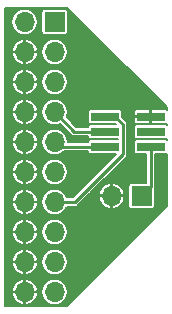
<source format=gbr>
G04 #@! TF.GenerationSoftware,KiCad,Pcbnew,5.1.5-1.fc31*
G04 #@! TF.CreationDate,2020-02-21T11:33:52+00:00*
G04 #@! TF.ProjectId,programmer-adapter,70726f67-7261-46d6-9d65-722d61646170,rev?*
G04 #@! TF.SameCoordinates,Original*
G04 #@! TF.FileFunction,Copper,L1,Top*
G04 #@! TF.FilePolarity,Positive*
%FSLAX46Y46*%
G04 Gerber Fmt 4.6, Leading zero omitted, Abs format (unit mm)*
G04 Created by KiCad (PCBNEW 5.1.5-1.fc31) date 2020-02-21 11:33:52*
%MOMM*%
%LPD*%
G04 APERTURE LIST*
%ADD10O,1.700000X1.700000*%
%ADD11R,1.700000X1.700000*%
%ADD12R,2.400000X0.740000*%
%ADD13C,0.250000*%
%ADD14C,0.127000*%
G04 APERTURE END LIST*
D10*
X139440000Y-109630000D03*
X141980000Y-109630000D03*
X139440000Y-107090000D03*
X141980000Y-107090000D03*
X139440000Y-104550000D03*
X141980000Y-104550000D03*
X139440000Y-102010000D03*
X141980000Y-102010000D03*
X139440000Y-99470000D03*
X141980000Y-99470000D03*
X139440000Y-96930000D03*
X141980000Y-96930000D03*
X139440000Y-94390000D03*
X141980000Y-94390000D03*
X139440000Y-91850000D03*
X141980000Y-91850000D03*
X139440000Y-89310000D03*
X141980000Y-89310000D03*
X139440000Y-86770000D03*
D11*
X141980000Y-86770000D03*
D12*
X146230000Y-94790000D03*
X150130000Y-94790000D03*
X146230000Y-96060000D03*
X150130000Y-96060000D03*
X146230000Y-97330000D03*
X150130000Y-97330000D03*
D10*
X146800000Y-101490000D03*
D11*
X149340000Y-101490000D03*
D13*
X150130000Y-100700000D02*
X149340000Y-101490000D01*
X150130000Y-97330000D02*
X150130000Y-100700000D01*
X143182081Y-102010000D02*
X141980000Y-102010000D01*
X147755001Y-97960001D02*
X143705002Y-102010000D01*
X147755001Y-95429999D02*
X147755001Y-97960001D01*
X147115002Y-94790000D02*
X147755001Y-95429999D01*
X143705002Y-102010000D02*
X143182081Y-102010000D01*
X146230000Y-94790000D02*
X147115002Y-94790000D01*
X143650000Y-96060000D02*
X141980000Y-94390000D01*
X146230000Y-96060000D02*
X143650000Y-96060000D01*
X142380000Y-97330000D02*
X141980000Y-96930000D01*
X146230000Y-97330000D02*
X142380000Y-97330000D01*
D14*
G36*
X151484500Y-93999263D02*
G01*
X151484500Y-94205920D01*
X151477101Y-94199848D01*
X151431325Y-94175380D01*
X151381655Y-94160313D01*
X151330000Y-94155225D01*
X150232375Y-94156500D01*
X150166500Y-94222375D01*
X150166500Y-94753500D01*
X150186500Y-94753500D01*
X150186500Y-94826500D01*
X150166500Y-94826500D01*
X150166500Y-95357625D01*
X150232375Y-95423500D01*
X151330000Y-95424775D01*
X151381655Y-95419687D01*
X151431325Y-95404620D01*
X151477101Y-95380152D01*
X151484500Y-95374080D01*
X151484500Y-95475921D01*
X151477101Y-95469848D01*
X151431325Y-95445381D01*
X151381655Y-95430314D01*
X151330000Y-95425226D01*
X148930000Y-95425226D01*
X148878345Y-95430314D01*
X148828675Y-95445381D01*
X148782899Y-95469848D01*
X148742777Y-95502777D01*
X148709848Y-95542899D01*
X148685381Y-95588675D01*
X148670314Y-95638345D01*
X148665226Y-95690000D01*
X148665226Y-96430000D01*
X148670314Y-96481655D01*
X148685381Y-96531325D01*
X148709848Y-96577101D01*
X148742777Y-96617223D01*
X148782899Y-96650152D01*
X148828675Y-96674619D01*
X148878345Y-96689686D01*
X148930000Y-96694774D01*
X151330000Y-96694774D01*
X151381655Y-96689686D01*
X151431325Y-96674619D01*
X151477101Y-96650152D01*
X151484500Y-96644079D01*
X151484500Y-96745921D01*
X151477101Y-96739848D01*
X151431325Y-96715381D01*
X151381655Y-96700314D01*
X151330000Y-96695226D01*
X148930000Y-96695226D01*
X148878345Y-96700314D01*
X148828675Y-96715381D01*
X148782899Y-96739848D01*
X148742777Y-96772777D01*
X148709848Y-96812899D01*
X148685381Y-96858675D01*
X148670314Y-96908345D01*
X148665226Y-96960000D01*
X148665226Y-97700000D01*
X148670314Y-97751655D01*
X148685381Y-97801325D01*
X148709848Y-97847101D01*
X148742777Y-97887223D01*
X148782899Y-97920152D01*
X148828675Y-97944619D01*
X148878345Y-97959686D01*
X148930000Y-97964774D01*
X149741500Y-97964774D01*
X149741501Y-100375226D01*
X148490000Y-100375226D01*
X148438345Y-100380314D01*
X148388675Y-100395381D01*
X148342899Y-100419848D01*
X148302777Y-100452777D01*
X148269848Y-100492899D01*
X148245381Y-100538675D01*
X148230314Y-100588345D01*
X148225226Y-100640000D01*
X148225226Y-102340000D01*
X148230314Y-102391655D01*
X148245381Y-102441325D01*
X148269848Y-102487101D01*
X148302777Y-102527223D01*
X148342899Y-102560152D01*
X148388675Y-102584619D01*
X148438345Y-102599686D01*
X148490000Y-102604774D01*
X150190000Y-102604774D01*
X150241655Y-102599686D01*
X150291325Y-102584619D01*
X150337101Y-102560152D01*
X150377223Y-102527223D01*
X150410152Y-102487101D01*
X150434619Y-102441325D01*
X150449686Y-102391655D01*
X150454774Y-102340000D01*
X150454774Y-100916535D01*
X150490663Y-100849392D01*
X150512878Y-100776159D01*
X150518500Y-100719078D01*
X150520379Y-100700000D01*
X150518500Y-100680922D01*
X150518500Y-97964774D01*
X151330000Y-97964774D01*
X151381655Y-97959686D01*
X151431325Y-97944619D01*
X151477101Y-97920152D01*
X151484500Y-97914079D01*
X151484501Y-102329411D01*
X151484500Y-102329421D01*
X151484500Y-102360737D01*
X143050738Y-110794500D01*
X137765500Y-110794500D01*
X137765500Y-109840147D01*
X138346510Y-109840147D01*
X138349326Y-109854310D01*
X138414044Y-110062780D01*
X138518189Y-110254618D01*
X138657758Y-110422453D01*
X138827388Y-110559834D01*
X139020561Y-110661482D01*
X139229853Y-110723491D01*
X139403500Y-110677028D01*
X139403500Y-109666500D01*
X139476500Y-109666500D01*
X139476500Y-110677028D01*
X139650147Y-110723491D01*
X139859439Y-110661482D01*
X140052612Y-110559834D01*
X140222242Y-110422453D01*
X140361811Y-110254618D01*
X140465956Y-110062780D01*
X140530674Y-109854310D01*
X140533490Y-109840147D01*
X140486989Y-109666500D01*
X139476500Y-109666500D01*
X139403500Y-109666500D01*
X138393011Y-109666500D01*
X138346510Y-109840147D01*
X137765500Y-109840147D01*
X137765500Y-109419853D01*
X138346510Y-109419853D01*
X138393011Y-109593500D01*
X139403500Y-109593500D01*
X139403500Y-108582972D01*
X139476500Y-108582972D01*
X139476500Y-109593500D01*
X140486989Y-109593500D01*
X140506583Y-109520330D01*
X140866500Y-109520330D01*
X140866500Y-109739670D01*
X140909291Y-109954796D01*
X140993229Y-110157440D01*
X141115088Y-110339815D01*
X141270185Y-110494912D01*
X141452560Y-110616771D01*
X141655204Y-110700709D01*
X141870330Y-110743500D01*
X142089670Y-110743500D01*
X142304796Y-110700709D01*
X142507440Y-110616771D01*
X142689815Y-110494912D01*
X142844912Y-110339815D01*
X142966771Y-110157440D01*
X143050709Y-109954796D01*
X143093500Y-109739670D01*
X143093500Y-109520330D01*
X143050709Y-109305204D01*
X142966771Y-109102560D01*
X142844912Y-108920185D01*
X142689815Y-108765088D01*
X142507440Y-108643229D01*
X142304796Y-108559291D01*
X142089670Y-108516500D01*
X141870330Y-108516500D01*
X141655204Y-108559291D01*
X141452560Y-108643229D01*
X141270185Y-108765088D01*
X141115088Y-108920185D01*
X140993229Y-109102560D01*
X140909291Y-109305204D01*
X140866500Y-109520330D01*
X140506583Y-109520330D01*
X140533490Y-109419853D01*
X140530674Y-109405690D01*
X140465956Y-109197220D01*
X140361811Y-109005382D01*
X140222242Y-108837547D01*
X140052612Y-108700166D01*
X139859439Y-108598518D01*
X139650147Y-108536509D01*
X139476500Y-108582972D01*
X139403500Y-108582972D01*
X139229853Y-108536509D01*
X139020561Y-108598518D01*
X138827388Y-108700166D01*
X138657758Y-108837547D01*
X138518189Y-109005382D01*
X138414044Y-109197220D01*
X138349326Y-109405690D01*
X138346510Y-109419853D01*
X137765500Y-109419853D01*
X137765500Y-107300147D01*
X138346510Y-107300147D01*
X138349326Y-107314310D01*
X138414044Y-107522780D01*
X138518189Y-107714618D01*
X138657758Y-107882453D01*
X138827388Y-108019834D01*
X139020561Y-108121482D01*
X139229853Y-108183491D01*
X139403500Y-108137028D01*
X139403500Y-107126500D01*
X139476500Y-107126500D01*
X139476500Y-108137028D01*
X139650147Y-108183491D01*
X139859439Y-108121482D01*
X140052612Y-108019834D01*
X140222242Y-107882453D01*
X140361811Y-107714618D01*
X140465956Y-107522780D01*
X140530674Y-107314310D01*
X140533490Y-107300147D01*
X140486989Y-107126500D01*
X139476500Y-107126500D01*
X139403500Y-107126500D01*
X138393011Y-107126500D01*
X138346510Y-107300147D01*
X137765500Y-107300147D01*
X137765500Y-106879853D01*
X138346510Y-106879853D01*
X138393011Y-107053500D01*
X139403500Y-107053500D01*
X139403500Y-106042972D01*
X139476500Y-106042972D01*
X139476500Y-107053500D01*
X140486989Y-107053500D01*
X140506583Y-106980330D01*
X140866500Y-106980330D01*
X140866500Y-107199670D01*
X140909291Y-107414796D01*
X140993229Y-107617440D01*
X141115088Y-107799815D01*
X141270185Y-107954912D01*
X141452560Y-108076771D01*
X141655204Y-108160709D01*
X141870330Y-108203500D01*
X142089670Y-108203500D01*
X142304796Y-108160709D01*
X142507440Y-108076771D01*
X142689815Y-107954912D01*
X142844912Y-107799815D01*
X142966771Y-107617440D01*
X143050709Y-107414796D01*
X143093500Y-107199670D01*
X143093500Y-106980330D01*
X143050709Y-106765204D01*
X142966771Y-106562560D01*
X142844912Y-106380185D01*
X142689815Y-106225088D01*
X142507440Y-106103229D01*
X142304796Y-106019291D01*
X142089670Y-105976500D01*
X141870330Y-105976500D01*
X141655204Y-106019291D01*
X141452560Y-106103229D01*
X141270185Y-106225088D01*
X141115088Y-106380185D01*
X140993229Y-106562560D01*
X140909291Y-106765204D01*
X140866500Y-106980330D01*
X140506583Y-106980330D01*
X140533490Y-106879853D01*
X140530674Y-106865690D01*
X140465956Y-106657220D01*
X140361811Y-106465382D01*
X140222242Y-106297547D01*
X140052612Y-106160166D01*
X139859439Y-106058518D01*
X139650147Y-105996509D01*
X139476500Y-106042972D01*
X139403500Y-106042972D01*
X139229853Y-105996509D01*
X139020561Y-106058518D01*
X138827388Y-106160166D01*
X138657758Y-106297547D01*
X138518189Y-106465382D01*
X138414044Y-106657220D01*
X138349326Y-106865690D01*
X138346510Y-106879853D01*
X137765500Y-106879853D01*
X137765500Y-104760147D01*
X138346510Y-104760147D01*
X138349326Y-104774310D01*
X138414044Y-104982780D01*
X138518189Y-105174618D01*
X138657758Y-105342453D01*
X138827388Y-105479834D01*
X139020561Y-105581482D01*
X139229853Y-105643491D01*
X139403500Y-105597028D01*
X139403500Y-104586500D01*
X139476500Y-104586500D01*
X139476500Y-105597028D01*
X139650147Y-105643491D01*
X139859439Y-105581482D01*
X140052612Y-105479834D01*
X140222242Y-105342453D01*
X140361811Y-105174618D01*
X140465956Y-104982780D01*
X140530674Y-104774310D01*
X140533490Y-104760147D01*
X140486989Y-104586500D01*
X139476500Y-104586500D01*
X139403500Y-104586500D01*
X138393011Y-104586500D01*
X138346510Y-104760147D01*
X137765500Y-104760147D01*
X137765500Y-104339853D01*
X138346510Y-104339853D01*
X138393011Y-104513500D01*
X139403500Y-104513500D01*
X139403500Y-103502972D01*
X139476500Y-103502972D01*
X139476500Y-104513500D01*
X140486989Y-104513500D01*
X140506583Y-104440330D01*
X140866500Y-104440330D01*
X140866500Y-104659670D01*
X140909291Y-104874796D01*
X140993229Y-105077440D01*
X141115088Y-105259815D01*
X141270185Y-105414912D01*
X141452560Y-105536771D01*
X141655204Y-105620709D01*
X141870330Y-105663500D01*
X142089670Y-105663500D01*
X142304796Y-105620709D01*
X142507440Y-105536771D01*
X142689815Y-105414912D01*
X142844912Y-105259815D01*
X142966771Y-105077440D01*
X143050709Y-104874796D01*
X143093500Y-104659670D01*
X143093500Y-104440330D01*
X143050709Y-104225204D01*
X142966771Y-104022560D01*
X142844912Y-103840185D01*
X142689815Y-103685088D01*
X142507440Y-103563229D01*
X142304796Y-103479291D01*
X142089670Y-103436500D01*
X141870330Y-103436500D01*
X141655204Y-103479291D01*
X141452560Y-103563229D01*
X141270185Y-103685088D01*
X141115088Y-103840185D01*
X140993229Y-104022560D01*
X140909291Y-104225204D01*
X140866500Y-104440330D01*
X140506583Y-104440330D01*
X140533490Y-104339853D01*
X140530674Y-104325690D01*
X140465956Y-104117220D01*
X140361811Y-103925382D01*
X140222242Y-103757547D01*
X140052612Y-103620166D01*
X139859439Y-103518518D01*
X139650147Y-103456509D01*
X139476500Y-103502972D01*
X139403500Y-103502972D01*
X139229853Y-103456509D01*
X139020561Y-103518518D01*
X138827388Y-103620166D01*
X138657758Y-103757547D01*
X138518189Y-103925382D01*
X138414044Y-104117220D01*
X138349326Y-104325690D01*
X138346510Y-104339853D01*
X137765500Y-104339853D01*
X137765500Y-102220147D01*
X138346510Y-102220147D01*
X138349326Y-102234310D01*
X138414044Y-102442780D01*
X138518189Y-102634618D01*
X138657758Y-102802453D01*
X138827388Y-102939834D01*
X139020561Y-103041482D01*
X139229853Y-103103491D01*
X139403500Y-103057028D01*
X139403500Y-102046500D01*
X139476500Y-102046500D01*
X139476500Y-103057028D01*
X139650147Y-103103491D01*
X139859439Y-103041482D01*
X140052612Y-102939834D01*
X140222242Y-102802453D01*
X140361811Y-102634618D01*
X140465956Y-102442780D01*
X140530674Y-102234310D01*
X140533490Y-102220147D01*
X140486989Y-102046500D01*
X139476500Y-102046500D01*
X139403500Y-102046500D01*
X138393011Y-102046500D01*
X138346510Y-102220147D01*
X137765500Y-102220147D01*
X137765500Y-101799853D01*
X138346510Y-101799853D01*
X138393011Y-101973500D01*
X139403500Y-101973500D01*
X139403500Y-100962972D01*
X139476500Y-100962972D01*
X139476500Y-101973500D01*
X140486989Y-101973500D01*
X140533490Y-101799853D01*
X140530674Y-101785690D01*
X140465956Y-101577220D01*
X140361811Y-101385382D01*
X140222242Y-101217547D01*
X140052612Y-101080166D01*
X139859439Y-100978518D01*
X139650147Y-100916509D01*
X139476500Y-100962972D01*
X139403500Y-100962972D01*
X139229853Y-100916509D01*
X139020561Y-100978518D01*
X138827388Y-101080166D01*
X138657758Y-101217547D01*
X138518189Y-101385382D01*
X138414044Y-101577220D01*
X138349326Y-101785690D01*
X138346510Y-101799853D01*
X137765500Y-101799853D01*
X137765500Y-99680147D01*
X138346510Y-99680147D01*
X138349326Y-99694310D01*
X138414044Y-99902780D01*
X138518189Y-100094618D01*
X138657758Y-100262453D01*
X138827388Y-100399834D01*
X139020561Y-100501482D01*
X139229853Y-100563491D01*
X139403500Y-100517028D01*
X139403500Y-99506500D01*
X139476500Y-99506500D01*
X139476500Y-100517028D01*
X139650147Y-100563491D01*
X139859439Y-100501482D01*
X140052612Y-100399834D01*
X140222242Y-100262453D01*
X140361811Y-100094618D01*
X140465956Y-99902780D01*
X140530674Y-99694310D01*
X140533490Y-99680147D01*
X140486989Y-99506500D01*
X139476500Y-99506500D01*
X139403500Y-99506500D01*
X138393011Y-99506500D01*
X138346510Y-99680147D01*
X137765500Y-99680147D01*
X137765500Y-99259853D01*
X138346510Y-99259853D01*
X138393011Y-99433500D01*
X139403500Y-99433500D01*
X139403500Y-98422972D01*
X139476500Y-98422972D01*
X139476500Y-99433500D01*
X140486989Y-99433500D01*
X140506583Y-99360330D01*
X140866500Y-99360330D01*
X140866500Y-99579670D01*
X140909291Y-99794796D01*
X140993229Y-99997440D01*
X141115088Y-100179815D01*
X141270185Y-100334912D01*
X141452560Y-100456771D01*
X141655204Y-100540709D01*
X141870330Y-100583500D01*
X142089670Y-100583500D01*
X142304796Y-100540709D01*
X142507440Y-100456771D01*
X142689815Y-100334912D01*
X142844912Y-100179815D01*
X142966771Y-99997440D01*
X143050709Y-99794796D01*
X143093500Y-99579670D01*
X143093500Y-99360330D01*
X143050709Y-99145204D01*
X142966771Y-98942560D01*
X142844912Y-98760185D01*
X142689815Y-98605088D01*
X142507440Y-98483229D01*
X142304796Y-98399291D01*
X142089670Y-98356500D01*
X141870330Y-98356500D01*
X141655204Y-98399291D01*
X141452560Y-98483229D01*
X141270185Y-98605088D01*
X141115088Y-98760185D01*
X140993229Y-98942560D01*
X140909291Y-99145204D01*
X140866500Y-99360330D01*
X140506583Y-99360330D01*
X140533490Y-99259853D01*
X140530674Y-99245690D01*
X140465956Y-99037220D01*
X140361811Y-98845382D01*
X140222242Y-98677547D01*
X140052612Y-98540166D01*
X139859439Y-98438518D01*
X139650147Y-98376509D01*
X139476500Y-98422972D01*
X139403500Y-98422972D01*
X139229853Y-98376509D01*
X139020561Y-98438518D01*
X138827388Y-98540166D01*
X138657758Y-98677547D01*
X138518189Y-98845382D01*
X138414044Y-99037220D01*
X138349326Y-99245690D01*
X138346510Y-99259853D01*
X137765500Y-99259853D01*
X137765500Y-97140147D01*
X138346510Y-97140147D01*
X138349326Y-97154310D01*
X138414044Y-97362780D01*
X138518189Y-97554618D01*
X138657758Y-97722453D01*
X138827388Y-97859834D01*
X139020561Y-97961482D01*
X139229853Y-98023491D01*
X139403500Y-97977028D01*
X139403500Y-96966500D01*
X139476500Y-96966500D01*
X139476500Y-97977028D01*
X139650147Y-98023491D01*
X139859439Y-97961482D01*
X140052612Y-97859834D01*
X140222242Y-97722453D01*
X140361811Y-97554618D01*
X140465956Y-97362780D01*
X140530674Y-97154310D01*
X140533490Y-97140147D01*
X140486989Y-96966500D01*
X139476500Y-96966500D01*
X139403500Y-96966500D01*
X138393011Y-96966500D01*
X138346510Y-97140147D01*
X137765500Y-97140147D01*
X137765500Y-96719853D01*
X138346510Y-96719853D01*
X138393011Y-96893500D01*
X139403500Y-96893500D01*
X139403500Y-95882972D01*
X139476500Y-95882972D01*
X139476500Y-96893500D01*
X140486989Y-96893500D01*
X140533490Y-96719853D01*
X140530674Y-96705690D01*
X140465956Y-96497220D01*
X140361811Y-96305382D01*
X140222242Y-96137547D01*
X140052612Y-96000166D01*
X139859439Y-95898518D01*
X139650147Y-95836509D01*
X139476500Y-95882972D01*
X139403500Y-95882972D01*
X139229853Y-95836509D01*
X139020561Y-95898518D01*
X138827388Y-96000166D01*
X138657758Y-96137547D01*
X138518189Y-96305382D01*
X138414044Y-96497220D01*
X138349326Y-96705690D01*
X138346510Y-96719853D01*
X137765500Y-96719853D01*
X137765500Y-94600147D01*
X138346510Y-94600147D01*
X138349326Y-94614310D01*
X138414044Y-94822780D01*
X138518189Y-95014618D01*
X138657758Y-95182453D01*
X138827388Y-95319834D01*
X139020561Y-95421482D01*
X139229853Y-95483491D01*
X139403500Y-95437028D01*
X139403500Y-94426500D01*
X139476500Y-94426500D01*
X139476500Y-95437028D01*
X139650147Y-95483491D01*
X139859439Y-95421482D01*
X140052612Y-95319834D01*
X140222242Y-95182453D01*
X140361811Y-95014618D01*
X140465956Y-94822780D01*
X140530674Y-94614310D01*
X140533490Y-94600147D01*
X140486989Y-94426500D01*
X139476500Y-94426500D01*
X139403500Y-94426500D01*
X138393011Y-94426500D01*
X138346510Y-94600147D01*
X137765500Y-94600147D01*
X137765500Y-94179853D01*
X138346510Y-94179853D01*
X138393011Y-94353500D01*
X139403500Y-94353500D01*
X139403500Y-93342972D01*
X139476500Y-93342972D01*
X139476500Y-94353500D01*
X140486989Y-94353500D01*
X140506583Y-94280330D01*
X140866500Y-94280330D01*
X140866500Y-94499670D01*
X140909291Y-94714796D01*
X140993229Y-94917440D01*
X141115088Y-95099815D01*
X141270185Y-95254912D01*
X141452560Y-95376771D01*
X141655204Y-95460709D01*
X141870330Y-95503500D01*
X142089670Y-95503500D01*
X142304796Y-95460709D01*
X142443736Y-95403158D01*
X143361797Y-96321219D01*
X143373960Y-96336040D01*
X143433117Y-96384588D01*
X143500608Y-96420663D01*
X143573841Y-96442878D01*
X143650000Y-96450379D01*
X143669078Y-96448500D01*
X144767048Y-96448500D01*
X144770314Y-96481655D01*
X144785381Y-96531325D01*
X144809848Y-96577101D01*
X144842777Y-96617223D01*
X144882899Y-96650152D01*
X144928675Y-96674619D01*
X144978345Y-96689686D01*
X145030000Y-96694774D01*
X147366501Y-96694774D01*
X147366502Y-96695226D01*
X145030000Y-96695226D01*
X144978345Y-96700314D01*
X144928675Y-96715381D01*
X144882899Y-96739848D01*
X144842777Y-96772777D01*
X144809848Y-96812899D01*
X144785381Y-96858675D01*
X144770314Y-96908345D01*
X144767048Y-96941500D01*
X143093500Y-96941500D01*
X143093500Y-96820330D01*
X143050709Y-96605204D01*
X142966771Y-96402560D01*
X142844912Y-96220185D01*
X142689815Y-96065088D01*
X142507440Y-95943229D01*
X142304796Y-95859291D01*
X142089670Y-95816500D01*
X141870330Y-95816500D01*
X141655204Y-95859291D01*
X141452560Y-95943229D01*
X141270185Y-96065088D01*
X141115088Y-96220185D01*
X140993229Y-96402560D01*
X140909291Y-96605204D01*
X140866500Y-96820330D01*
X140866500Y-97039670D01*
X140909291Y-97254796D01*
X140993229Y-97457440D01*
X141115088Y-97639815D01*
X141270185Y-97794912D01*
X141452560Y-97916771D01*
X141655204Y-98000709D01*
X141870330Y-98043500D01*
X142089670Y-98043500D01*
X142304796Y-98000709D01*
X142507440Y-97916771D01*
X142689815Y-97794912D01*
X142766227Y-97718500D01*
X144767048Y-97718500D01*
X144770314Y-97751655D01*
X144785381Y-97801325D01*
X144809848Y-97847101D01*
X144842777Y-97887223D01*
X144882899Y-97920152D01*
X144928675Y-97944619D01*
X144978345Y-97959686D01*
X145030000Y-97964774D01*
X147200806Y-97964774D01*
X143544081Y-101621500D01*
X143024322Y-101621500D01*
X142966771Y-101482560D01*
X142844912Y-101300185D01*
X142689815Y-101145088D01*
X142507440Y-101023229D01*
X142304796Y-100939291D01*
X142089670Y-100896500D01*
X141870330Y-100896500D01*
X141655204Y-100939291D01*
X141452560Y-101023229D01*
X141270185Y-101145088D01*
X141115088Y-101300185D01*
X140993229Y-101482560D01*
X140909291Y-101685204D01*
X140866500Y-101900330D01*
X140866500Y-102119670D01*
X140909291Y-102334796D01*
X140993229Y-102537440D01*
X141115088Y-102719815D01*
X141270185Y-102874912D01*
X141452560Y-102996771D01*
X141655204Y-103080709D01*
X141870330Y-103123500D01*
X142089670Y-103123500D01*
X142304796Y-103080709D01*
X142507440Y-102996771D01*
X142689815Y-102874912D01*
X142844912Y-102719815D01*
X142966771Y-102537440D01*
X143024322Y-102398500D01*
X143685927Y-102398500D01*
X143705002Y-102400379D01*
X143724077Y-102398500D01*
X143724080Y-102398500D01*
X143781161Y-102392878D01*
X143854394Y-102370663D01*
X143921885Y-102334588D01*
X143981042Y-102286040D01*
X143993210Y-102271213D01*
X144564276Y-101700147D01*
X145706509Y-101700147D01*
X145768518Y-101909439D01*
X145870166Y-102102612D01*
X146007547Y-102272242D01*
X146175382Y-102411811D01*
X146367220Y-102515956D01*
X146575690Y-102580674D01*
X146589853Y-102583490D01*
X146763500Y-102536989D01*
X146763500Y-101526500D01*
X146836500Y-101526500D01*
X146836500Y-102536989D01*
X147010147Y-102583490D01*
X147024310Y-102580674D01*
X147232780Y-102515956D01*
X147424618Y-102411811D01*
X147592453Y-102272242D01*
X147729834Y-102102612D01*
X147831482Y-101909439D01*
X147893491Y-101700147D01*
X147847028Y-101526500D01*
X146836500Y-101526500D01*
X146763500Y-101526500D01*
X145752972Y-101526500D01*
X145706509Y-101700147D01*
X144564276Y-101700147D01*
X144984570Y-101279853D01*
X145706509Y-101279853D01*
X145752972Y-101453500D01*
X146763500Y-101453500D01*
X146763500Y-100443011D01*
X146836500Y-100443011D01*
X146836500Y-101453500D01*
X147847028Y-101453500D01*
X147893491Y-101279853D01*
X147831482Y-101070561D01*
X147729834Y-100877388D01*
X147592453Y-100707758D01*
X147424618Y-100568189D01*
X147232780Y-100464044D01*
X147024310Y-100399326D01*
X147010147Y-100396510D01*
X146836500Y-100443011D01*
X146763500Y-100443011D01*
X146589853Y-100396510D01*
X146575690Y-100399326D01*
X146367220Y-100464044D01*
X146175382Y-100568189D01*
X146007547Y-100707758D01*
X145870166Y-100877388D01*
X145768518Y-101070561D01*
X145706509Y-101279853D01*
X144984570Y-101279853D01*
X148016220Y-98248204D01*
X148031041Y-98236041D01*
X148079589Y-98176884D01*
X148115664Y-98109393D01*
X148137879Y-98036160D01*
X148143501Y-97979079D01*
X148145380Y-97960001D01*
X148143501Y-97940923D01*
X148143501Y-95449073D01*
X148145380Y-95429998D01*
X148142880Y-95404619D01*
X148137879Y-95353840D01*
X148115664Y-95280607D01*
X148079589Y-95213116D01*
X148035999Y-95160000D01*
X148665225Y-95160000D01*
X148670313Y-95211655D01*
X148685380Y-95261325D01*
X148709848Y-95307101D01*
X148742776Y-95347224D01*
X148782899Y-95380152D01*
X148828675Y-95404620D01*
X148878345Y-95419687D01*
X148930000Y-95424775D01*
X150027625Y-95423500D01*
X150093500Y-95357625D01*
X150093500Y-94826500D01*
X148732375Y-94826500D01*
X148666500Y-94892375D01*
X148665225Y-95160000D01*
X148035999Y-95160000D01*
X148031041Y-95153959D01*
X148016215Y-95141792D01*
X147694774Y-94820351D01*
X147694774Y-94420000D01*
X148665225Y-94420000D01*
X148666500Y-94687625D01*
X148732375Y-94753500D01*
X150093500Y-94753500D01*
X150093500Y-94222375D01*
X150027625Y-94156500D01*
X148930000Y-94155225D01*
X148878345Y-94160313D01*
X148828675Y-94175380D01*
X148782899Y-94199848D01*
X148742776Y-94232776D01*
X148709848Y-94272899D01*
X148685380Y-94318675D01*
X148670313Y-94368345D01*
X148665225Y-94420000D01*
X147694774Y-94420000D01*
X147689686Y-94368345D01*
X147674619Y-94318675D01*
X147650152Y-94272899D01*
X147617223Y-94232777D01*
X147577101Y-94199848D01*
X147531325Y-94175381D01*
X147481655Y-94160314D01*
X147430000Y-94155226D01*
X145030000Y-94155226D01*
X144978345Y-94160314D01*
X144928675Y-94175381D01*
X144882899Y-94199848D01*
X144842777Y-94232777D01*
X144809848Y-94272899D01*
X144785381Y-94318675D01*
X144770314Y-94368345D01*
X144765226Y-94420000D01*
X144765226Y-95160000D01*
X144770314Y-95211655D01*
X144785381Y-95261325D01*
X144809848Y-95307101D01*
X144842777Y-95347223D01*
X144882899Y-95380152D01*
X144928675Y-95404619D01*
X144978345Y-95419686D01*
X145030000Y-95424774D01*
X147200355Y-95424774D01*
X147200807Y-95425226D01*
X145030000Y-95425226D01*
X144978345Y-95430314D01*
X144928675Y-95445381D01*
X144882899Y-95469848D01*
X144842777Y-95502777D01*
X144809848Y-95542899D01*
X144785381Y-95588675D01*
X144770314Y-95638345D01*
X144767048Y-95671500D01*
X143810922Y-95671500D01*
X142993158Y-94853736D01*
X143050709Y-94714796D01*
X143093500Y-94499670D01*
X143093500Y-94280330D01*
X143050709Y-94065204D01*
X142966771Y-93862560D01*
X142844912Y-93680185D01*
X142689815Y-93525088D01*
X142507440Y-93403229D01*
X142304796Y-93319291D01*
X142089670Y-93276500D01*
X141870330Y-93276500D01*
X141655204Y-93319291D01*
X141452560Y-93403229D01*
X141270185Y-93525088D01*
X141115088Y-93680185D01*
X140993229Y-93862560D01*
X140909291Y-94065204D01*
X140866500Y-94280330D01*
X140506583Y-94280330D01*
X140533490Y-94179853D01*
X140530674Y-94165690D01*
X140465956Y-93957220D01*
X140361811Y-93765382D01*
X140222242Y-93597547D01*
X140052612Y-93460166D01*
X139859439Y-93358518D01*
X139650147Y-93296509D01*
X139476500Y-93342972D01*
X139403500Y-93342972D01*
X139229853Y-93296509D01*
X139020561Y-93358518D01*
X138827388Y-93460166D01*
X138657758Y-93597547D01*
X138518189Y-93765382D01*
X138414044Y-93957220D01*
X138349326Y-94165690D01*
X138346510Y-94179853D01*
X137765500Y-94179853D01*
X137765500Y-92060147D01*
X138346510Y-92060147D01*
X138349326Y-92074310D01*
X138414044Y-92282780D01*
X138518189Y-92474618D01*
X138657758Y-92642453D01*
X138827388Y-92779834D01*
X139020561Y-92881482D01*
X139229853Y-92943491D01*
X139403500Y-92897028D01*
X139403500Y-91886500D01*
X139476500Y-91886500D01*
X139476500Y-92897028D01*
X139650147Y-92943491D01*
X139859439Y-92881482D01*
X140052612Y-92779834D01*
X140222242Y-92642453D01*
X140361811Y-92474618D01*
X140465956Y-92282780D01*
X140530674Y-92074310D01*
X140533490Y-92060147D01*
X140486989Y-91886500D01*
X139476500Y-91886500D01*
X139403500Y-91886500D01*
X138393011Y-91886500D01*
X138346510Y-92060147D01*
X137765500Y-92060147D01*
X137765500Y-91639853D01*
X138346510Y-91639853D01*
X138393011Y-91813500D01*
X139403500Y-91813500D01*
X139403500Y-90802972D01*
X139476500Y-90802972D01*
X139476500Y-91813500D01*
X140486989Y-91813500D01*
X140506583Y-91740330D01*
X140866500Y-91740330D01*
X140866500Y-91959670D01*
X140909291Y-92174796D01*
X140993229Y-92377440D01*
X141115088Y-92559815D01*
X141270185Y-92714912D01*
X141452560Y-92836771D01*
X141655204Y-92920709D01*
X141870330Y-92963500D01*
X142089670Y-92963500D01*
X142304796Y-92920709D01*
X142507440Y-92836771D01*
X142689815Y-92714912D01*
X142844912Y-92559815D01*
X142966771Y-92377440D01*
X143050709Y-92174796D01*
X143093500Y-91959670D01*
X143093500Y-91740330D01*
X143050709Y-91525204D01*
X142966771Y-91322560D01*
X142844912Y-91140185D01*
X142689815Y-90985088D01*
X142507440Y-90863229D01*
X142304796Y-90779291D01*
X142089670Y-90736500D01*
X141870330Y-90736500D01*
X141655204Y-90779291D01*
X141452560Y-90863229D01*
X141270185Y-90985088D01*
X141115088Y-91140185D01*
X140993229Y-91322560D01*
X140909291Y-91525204D01*
X140866500Y-91740330D01*
X140506583Y-91740330D01*
X140533490Y-91639853D01*
X140530674Y-91625690D01*
X140465956Y-91417220D01*
X140361811Y-91225382D01*
X140222242Y-91057547D01*
X140052612Y-90920166D01*
X139859439Y-90818518D01*
X139650147Y-90756509D01*
X139476500Y-90802972D01*
X139403500Y-90802972D01*
X139229853Y-90756509D01*
X139020561Y-90818518D01*
X138827388Y-90920166D01*
X138657758Y-91057547D01*
X138518189Y-91225382D01*
X138414044Y-91417220D01*
X138349326Y-91625690D01*
X138346510Y-91639853D01*
X137765500Y-91639853D01*
X137765500Y-89520147D01*
X138346510Y-89520147D01*
X138349326Y-89534310D01*
X138414044Y-89742780D01*
X138518189Y-89934618D01*
X138657758Y-90102453D01*
X138827388Y-90239834D01*
X139020561Y-90341482D01*
X139229853Y-90403491D01*
X139403500Y-90357028D01*
X139403500Y-89346500D01*
X139476500Y-89346500D01*
X139476500Y-90357028D01*
X139650147Y-90403491D01*
X139859439Y-90341482D01*
X140052612Y-90239834D01*
X140222242Y-90102453D01*
X140361811Y-89934618D01*
X140465956Y-89742780D01*
X140530674Y-89534310D01*
X140533490Y-89520147D01*
X140486989Y-89346500D01*
X139476500Y-89346500D01*
X139403500Y-89346500D01*
X138393011Y-89346500D01*
X138346510Y-89520147D01*
X137765500Y-89520147D01*
X137765500Y-89099853D01*
X138346510Y-89099853D01*
X138393011Y-89273500D01*
X139403500Y-89273500D01*
X139403500Y-88262972D01*
X139476500Y-88262972D01*
X139476500Y-89273500D01*
X140486989Y-89273500D01*
X140506583Y-89200330D01*
X140866500Y-89200330D01*
X140866500Y-89419670D01*
X140909291Y-89634796D01*
X140993229Y-89837440D01*
X141115088Y-90019815D01*
X141270185Y-90174912D01*
X141452560Y-90296771D01*
X141655204Y-90380709D01*
X141870330Y-90423500D01*
X142089670Y-90423500D01*
X142304796Y-90380709D01*
X142507440Y-90296771D01*
X142689815Y-90174912D01*
X142844912Y-90019815D01*
X142966771Y-89837440D01*
X143050709Y-89634796D01*
X143093500Y-89419670D01*
X143093500Y-89200330D01*
X143050709Y-88985204D01*
X142966771Y-88782560D01*
X142844912Y-88600185D01*
X142689815Y-88445088D01*
X142507440Y-88323229D01*
X142304796Y-88239291D01*
X142089670Y-88196500D01*
X141870330Y-88196500D01*
X141655204Y-88239291D01*
X141452560Y-88323229D01*
X141270185Y-88445088D01*
X141115088Y-88600185D01*
X140993229Y-88782560D01*
X140909291Y-88985204D01*
X140866500Y-89200330D01*
X140506583Y-89200330D01*
X140533490Y-89099853D01*
X140530674Y-89085690D01*
X140465956Y-88877220D01*
X140361811Y-88685382D01*
X140222242Y-88517547D01*
X140052612Y-88380166D01*
X139859439Y-88278518D01*
X139650147Y-88216509D01*
X139476500Y-88262972D01*
X139403500Y-88262972D01*
X139229853Y-88216509D01*
X139020561Y-88278518D01*
X138827388Y-88380166D01*
X138657758Y-88517547D01*
X138518189Y-88685382D01*
X138414044Y-88877220D01*
X138349326Y-89085690D01*
X138346510Y-89099853D01*
X137765500Y-89099853D01*
X137765500Y-86660330D01*
X138326500Y-86660330D01*
X138326500Y-86879670D01*
X138369291Y-87094796D01*
X138453229Y-87297440D01*
X138575088Y-87479815D01*
X138730185Y-87634912D01*
X138912560Y-87756771D01*
X139115204Y-87840709D01*
X139330330Y-87883500D01*
X139549670Y-87883500D01*
X139764796Y-87840709D01*
X139967440Y-87756771D01*
X140149815Y-87634912D01*
X140304912Y-87479815D01*
X140426771Y-87297440D01*
X140510709Y-87094796D01*
X140553500Y-86879670D01*
X140553500Y-86660330D01*
X140510709Y-86445204D01*
X140426771Y-86242560D01*
X140304912Y-86060185D01*
X140164727Y-85920000D01*
X140865226Y-85920000D01*
X140865226Y-87620000D01*
X140870314Y-87671655D01*
X140885381Y-87721325D01*
X140909848Y-87767101D01*
X140942777Y-87807223D01*
X140982899Y-87840152D01*
X141028675Y-87864619D01*
X141078345Y-87879686D01*
X141130000Y-87884774D01*
X142830000Y-87884774D01*
X142881655Y-87879686D01*
X142931325Y-87864619D01*
X142977101Y-87840152D01*
X143017223Y-87807223D01*
X143050152Y-87767101D01*
X143074619Y-87721325D01*
X143089686Y-87671655D01*
X143094774Y-87620000D01*
X143094774Y-85920000D01*
X143089686Y-85868345D01*
X143074619Y-85818675D01*
X143050152Y-85772899D01*
X143017223Y-85732777D01*
X142977101Y-85699848D01*
X142931325Y-85675381D01*
X142881655Y-85660314D01*
X142830000Y-85655226D01*
X141130000Y-85655226D01*
X141078345Y-85660314D01*
X141028675Y-85675381D01*
X140982899Y-85699848D01*
X140942777Y-85732777D01*
X140909848Y-85772899D01*
X140885381Y-85818675D01*
X140870314Y-85868345D01*
X140865226Y-85920000D01*
X140164727Y-85920000D01*
X140149815Y-85905088D01*
X139967440Y-85783229D01*
X139764796Y-85699291D01*
X139549670Y-85656500D01*
X139330330Y-85656500D01*
X139115204Y-85699291D01*
X138912560Y-85783229D01*
X138730185Y-85905088D01*
X138575088Y-86060185D01*
X138453229Y-86242560D01*
X138369291Y-86445204D01*
X138326500Y-86660330D01*
X137765500Y-86660330D01*
X137765500Y-85575500D01*
X143060738Y-85575500D01*
X151484500Y-93999263D01*
G37*
X151484500Y-93999263D02*
X151484500Y-94205920D01*
X151477101Y-94199848D01*
X151431325Y-94175380D01*
X151381655Y-94160313D01*
X151330000Y-94155225D01*
X150232375Y-94156500D01*
X150166500Y-94222375D01*
X150166500Y-94753500D01*
X150186500Y-94753500D01*
X150186500Y-94826500D01*
X150166500Y-94826500D01*
X150166500Y-95357625D01*
X150232375Y-95423500D01*
X151330000Y-95424775D01*
X151381655Y-95419687D01*
X151431325Y-95404620D01*
X151477101Y-95380152D01*
X151484500Y-95374080D01*
X151484500Y-95475921D01*
X151477101Y-95469848D01*
X151431325Y-95445381D01*
X151381655Y-95430314D01*
X151330000Y-95425226D01*
X148930000Y-95425226D01*
X148878345Y-95430314D01*
X148828675Y-95445381D01*
X148782899Y-95469848D01*
X148742777Y-95502777D01*
X148709848Y-95542899D01*
X148685381Y-95588675D01*
X148670314Y-95638345D01*
X148665226Y-95690000D01*
X148665226Y-96430000D01*
X148670314Y-96481655D01*
X148685381Y-96531325D01*
X148709848Y-96577101D01*
X148742777Y-96617223D01*
X148782899Y-96650152D01*
X148828675Y-96674619D01*
X148878345Y-96689686D01*
X148930000Y-96694774D01*
X151330000Y-96694774D01*
X151381655Y-96689686D01*
X151431325Y-96674619D01*
X151477101Y-96650152D01*
X151484500Y-96644079D01*
X151484500Y-96745921D01*
X151477101Y-96739848D01*
X151431325Y-96715381D01*
X151381655Y-96700314D01*
X151330000Y-96695226D01*
X148930000Y-96695226D01*
X148878345Y-96700314D01*
X148828675Y-96715381D01*
X148782899Y-96739848D01*
X148742777Y-96772777D01*
X148709848Y-96812899D01*
X148685381Y-96858675D01*
X148670314Y-96908345D01*
X148665226Y-96960000D01*
X148665226Y-97700000D01*
X148670314Y-97751655D01*
X148685381Y-97801325D01*
X148709848Y-97847101D01*
X148742777Y-97887223D01*
X148782899Y-97920152D01*
X148828675Y-97944619D01*
X148878345Y-97959686D01*
X148930000Y-97964774D01*
X149741500Y-97964774D01*
X149741501Y-100375226D01*
X148490000Y-100375226D01*
X148438345Y-100380314D01*
X148388675Y-100395381D01*
X148342899Y-100419848D01*
X148302777Y-100452777D01*
X148269848Y-100492899D01*
X148245381Y-100538675D01*
X148230314Y-100588345D01*
X148225226Y-100640000D01*
X148225226Y-102340000D01*
X148230314Y-102391655D01*
X148245381Y-102441325D01*
X148269848Y-102487101D01*
X148302777Y-102527223D01*
X148342899Y-102560152D01*
X148388675Y-102584619D01*
X148438345Y-102599686D01*
X148490000Y-102604774D01*
X150190000Y-102604774D01*
X150241655Y-102599686D01*
X150291325Y-102584619D01*
X150337101Y-102560152D01*
X150377223Y-102527223D01*
X150410152Y-102487101D01*
X150434619Y-102441325D01*
X150449686Y-102391655D01*
X150454774Y-102340000D01*
X150454774Y-100916535D01*
X150490663Y-100849392D01*
X150512878Y-100776159D01*
X150518500Y-100719078D01*
X150520379Y-100700000D01*
X150518500Y-100680922D01*
X150518500Y-97964774D01*
X151330000Y-97964774D01*
X151381655Y-97959686D01*
X151431325Y-97944619D01*
X151477101Y-97920152D01*
X151484500Y-97914079D01*
X151484501Y-102329411D01*
X151484500Y-102329421D01*
X151484500Y-102360737D01*
X143050738Y-110794500D01*
X137765500Y-110794500D01*
X137765500Y-109840147D01*
X138346510Y-109840147D01*
X138349326Y-109854310D01*
X138414044Y-110062780D01*
X138518189Y-110254618D01*
X138657758Y-110422453D01*
X138827388Y-110559834D01*
X139020561Y-110661482D01*
X139229853Y-110723491D01*
X139403500Y-110677028D01*
X139403500Y-109666500D01*
X139476500Y-109666500D01*
X139476500Y-110677028D01*
X139650147Y-110723491D01*
X139859439Y-110661482D01*
X140052612Y-110559834D01*
X140222242Y-110422453D01*
X140361811Y-110254618D01*
X140465956Y-110062780D01*
X140530674Y-109854310D01*
X140533490Y-109840147D01*
X140486989Y-109666500D01*
X139476500Y-109666500D01*
X139403500Y-109666500D01*
X138393011Y-109666500D01*
X138346510Y-109840147D01*
X137765500Y-109840147D01*
X137765500Y-109419853D01*
X138346510Y-109419853D01*
X138393011Y-109593500D01*
X139403500Y-109593500D01*
X139403500Y-108582972D01*
X139476500Y-108582972D01*
X139476500Y-109593500D01*
X140486989Y-109593500D01*
X140506583Y-109520330D01*
X140866500Y-109520330D01*
X140866500Y-109739670D01*
X140909291Y-109954796D01*
X140993229Y-110157440D01*
X141115088Y-110339815D01*
X141270185Y-110494912D01*
X141452560Y-110616771D01*
X141655204Y-110700709D01*
X141870330Y-110743500D01*
X142089670Y-110743500D01*
X142304796Y-110700709D01*
X142507440Y-110616771D01*
X142689815Y-110494912D01*
X142844912Y-110339815D01*
X142966771Y-110157440D01*
X143050709Y-109954796D01*
X143093500Y-109739670D01*
X143093500Y-109520330D01*
X143050709Y-109305204D01*
X142966771Y-109102560D01*
X142844912Y-108920185D01*
X142689815Y-108765088D01*
X142507440Y-108643229D01*
X142304796Y-108559291D01*
X142089670Y-108516500D01*
X141870330Y-108516500D01*
X141655204Y-108559291D01*
X141452560Y-108643229D01*
X141270185Y-108765088D01*
X141115088Y-108920185D01*
X140993229Y-109102560D01*
X140909291Y-109305204D01*
X140866500Y-109520330D01*
X140506583Y-109520330D01*
X140533490Y-109419853D01*
X140530674Y-109405690D01*
X140465956Y-109197220D01*
X140361811Y-109005382D01*
X140222242Y-108837547D01*
X140052612Y-108700166D01*
X139859439Y-108598518D01*
X139650147Y-108536509D01*
X139476500Y-108582972D01*
X139403500Y-108582972D01*
X139229853Y-108536509D01*
X139020561Y-108598518D01*
X138827388Y-108700166D01*
X138657758Y-108837547D01*
X138518189Y-109005382D01*
X138414044Y-109197220D01*
X138349326Y-109405690D01*
X138346510Y-109419853D01*
X137765500Y-109419853D01*
X137765500Y-107300147D01*
X138346510Y-107300147D01*
X138349326Y-107314310D01*
X138414044Y-107522780D01*
X138518189Y-107714618D01*
X138657758Y-107882453D01*
X138827388Y-108019834D01*
X139020561Y-108121482D01*
X139229853Y-108183491D01*
X139403500Y-108137028D01*
X139403500Y-107126500D01*
X139476500Y-107126500D01*
X139476500Y-108137028D01*
X139650147Y-108183491D01*
X139859439Y-108121482D01*
X140052612Y-108019834D01*
X140222242Y-107882453D01*
X140361811Y-107714618D01*
X140465956Y-107522780D01*
X140530674Y-107314310D01*
X140533490Y-107300147D01*
X140486989Y-107126500D01*
X139476500Y-107126500D01*
X139403500Y-107126500D01*
X138393011Y-107126500D01*
X138346510Y-107300147D01*
X137765500Y-107300147D01*
X137765500Y-106879853D01*
X138346510Y-106879853D01*
X138393011Y-107053500D01*
X139403500Y-107053500D01*
X139403500Y-106042972D01*
X139476500Y-106042972D01*
X139476500Y-107053500D01*
X140486989Y-107053500D01*
X140506583Y-106980330D01*
X140866500Y-106980330D01*
X140866500Y-107199670D01*
X140909291Y-107414796D01*
X140993229Y-107617440D01*
X141115088Y-107799815D01*
X141270185Y-107954912D01*
X141452560Y-108076771D01*
X141655204Y-108160709D01*
X141870330Y-108203500D01*
X142089670Y-108203500D01*
X142304796Y-108160709D01*
X142507440Y-108076771D01*
X142689815Y-107954912D01*
X142844912Y-107799815D01*
X142966771Y-107617440D01*
X143050709Y-107414796D01*
X143093500Y-107199670D01*
X143093500Y-106980330D01*
X143050709Y-106765204D01*
X142966771Y-106562560D01*
X142844912Y-106380185D01*
X142689815Y-106225088D01*
X142507440Y-106103229D01*
X142304796Y-106019291D01*
X142089670Y-105976500D01*
X141870330Y-105976500D01*
X141655204Y-106019291D01*
X141452560Y-106103229D01*
X141270185Y-106225088D01*
X141115088Y-106380185D01*
X140993229Y-106562560D01*
X140909291Y-106765204D01*
X140866500Y-106980330D01*
X140506583Y-106980330D01*
X140533490Y-106879853D01*
X140530674Y-106865690D01*
X140465956Y-106657220D01*
X140361811Y-106465382D01*
X140222242Y-106297547D01*
X140052612Y-106160166D01*
X139859439Y-106058518D01*
X139650147Y-105996509D01*
X139476500Y-106042972D01*
X139403500Y-106042972D01*
X139229853Y-105996509D01*
X139020561Y-106058518D01*
X138827388Y-106160166D01*
X138657758Y-106297547D01*
X138518189Y-106465382D01*
X138414044Y-106657220D01*
X138349326Y-106865690D01*
X138346510Y-106879853D01*
X137765500Y-106879853D01*
X137765500Y-104760147D01*
X138346510Y-104760147D01*
X138349326Y-104774310D01*
X138414044Y-104982780D01*
X138518189Y-105174618D01*
X138657758Y-105342453D01*
X138827388Y-105479834D01*
X139020561Y-105581482D01*
X139229853Y-105643491D01*
X139403500Y-105597028D01*
X139403500Y-104586500D01*
X139476500Y-104586500D01*
X139476500Y-105597028D01*
X139650147Y-105643491D01*
X139859439Y-105581482D01*
X140052612Y-105479834D01*
X140222242Y-105342453D01*
X140361811Y-105174618D01*
X140465956Y-104982780D01*
X140530674Y-104774310D01*
X140533490Y-104760147D01*
X140486989Y-104586500D01*
X139476500Y-104586500D01*
X139403500Y-104586500D01*
X138393011Y-104586500D01*
X138346510Y-104760147D01*
X137765500Y-104760147D01*
X137765500Y-104339853D01*
X138346510Y-104339853D01*
X138393011Y-104513500D01*
X139403500Y-104513500D01*
X139403500Y-103502972D01*
X139476500Y-103502972D01*
X139476500Y-104513500D01*
X140486989Y-104513500D01*
X140506583Y-104440330D01*
X140866500Y-104440330D01*
X140866500Y-104659670D01*
X140909291Y-104874796D01*
X140993229Y-105077440D01*
X141115088Y-105259815D01*
X141270185Y-105414912D01*
X141452560Y-105536771D01*
X141655204Y-105620709D01*
X141870330Y-105663500D01*
X142089670Y-105663500D01*
X142304796Y-105620709D01*
X142507440Y-105536771D01*
X142689815Y-105414912D01*
X142844912Y-105259815D01*
X142966771Y-105077440D01*
X143050709Y-104874796D01*
X143093500Y-104659670D01*
X143093500Y-104440330D01*
X143050709Y-104225204D01*
X142966771Y-104022560D01*
X142844912Y-103840185D01*
X142689815Y-103685088D01*
X142507440Y-103563229D01*
X142304796Y-103479291D01*
X142089670Y-103436500D01*
X141870330Y-103436500D01*
X141655204Y-103479291D01*
X141452560Y-103563229D01*
X141270185Y-103685088D01*
X141115088Y-103840185D01*
X140993229Y-104022560D01*
X140909291Y-104225204D01*
X140866500Y-104440330D01*
X140506583Y-104440330D01*
X140533490Y-104339853D01*
X140530674Y-104325690D01*
X140465956Y-104117220D01*
X140361811Y-103925382D01*
X140222242Y-103757547D01*
X140052612Y-103620166D01*
X139859439Y-103518518D01*
X139650147Y-103456509D01*
X139476500Y-103502972D01*
X139403500Y-103502972D01*
X139229853Y-103456509D01*
X139020561Y-103518518D01*
X138827388Y-103620166D01*
X138657758Y-103757547D01*
X138518189Y-103925382D01*
X138414044Y-104117220D01*
X138349326Y-104325690D01*
X138346510Y-104339853D01*
X137765500Y-104339853D01*
X137765500Y-102220147D01*
X138346510Y-102220147D01*
X138349326Y-102234310D01*
X138414044Y-102442780D01*
X138518189Y-102634618D01*
X138657758Y-102802453D01*
X138827388Y-102939834D01*
X139020561Y-103041482D01*
X139229853Y-103103491D01*
X139403500Y-103057028D01*
X139403500Y-102046500D01*
X139476500Y-102046500D01*
X139476500Y-103057028D01*
X139650147Y-103103491D01*
X139859439Y-103041482D01*
X140052612Y-102939834D01*
X140222242Y-102802453D01*
X140361811Y-102634618D01*
X140465956Y-102442780D01*
X140530674Y-102234310D01*
X140533490Y-102220147D01*
X140486989Y-102046500D01*
X139476500Y-102046500D01*
X139403500Y-102046500D01*
X138393011Y-102046500D01*
X138346510Y-102220147D01*
X137765500Y-102220147D01*
X137765500Y-101799853D01*
X138346510Y-101799853D01*
X138393011Y-101973500D01*
X139403500Y-101973500D01*
X139403500Y-100962972D01*
X139476500Y-100962972D01*
X139476500Y-101973500D01*
X140486989Y-101973500D01*
X140533490Y-101799853D01*
X140530674Y-101785690D01*
X140465956Y-101577220D01*
X140361811Y-101385382D01*
X140222242Y-101217547D01*
X140052612Y-101080166D01*
X139859439Y-100978518D01*
X139650147Y-100916509D01*
X139476500Y-100962972D01*
X139403500Y-100962972D01*
X139229853Y-100916509D01*
X139020561Y-100978518D01*
X138827388Y-101080166D01*
X138657758Y-101217547D01*
X138518189Y-101385382D01*
X138414044Y-101577220D01*
X138349326Y-101785690D01*
X138346510Y-101799853D01*
X137765500Y-101799853D01*
X137765500Y-99680147D01*
X138346510Y-99680147D01*
X138349326Y-99694310D01*
X138414044Y-99902780D01*
X138518189Y-100094618D01*
X138657758Y-100262453D01*
X138827388Y-100399834D01*
X139020561Y-100501482D01*
X139229853Y-100563491D01*
X139403500Y-100517028D01*
X139403500Y-99506500D01*
X139476500Y-99506500D01*
X139476500Y-100517028D01*
X139650147Y-100563491D01*
X139859439Y-100501482D01*
X140052612Y-100399834D01*
X140222242Y-100262453D01*
X140361811Y-100094618D01*
X140465956Y-99902780D01*
X140530674Y-99694310D01*
X140533490Y-99680147D01*
X140486989Y-99506500D01*
X139476500Y-99506500D01*
X139403500Y-99506500D01*
X138393011Y-99506500D01*
X138346510Y-99680147D01*
X137765500Y-99680147D01*
X137765500Y-99259853D01*
X138346510Y-99259853D01*
X138393011Y-99433500D01*
X139403500Y-99433500D01*
X139403500Y-98422972D01*
X139476500Y-98422972D01*
X139476500Y-99433500D01*
X140486989Y-99433500D01*
X140506583Y-99360330D01*
X140866500Y-99360330D01*
X140866500Y-99579670D01*
X140909291Y-99794796D01*
X140993229Y-99997440D01*
X141115088Y-100179815D01*
X141270185Y-100334912D01*
X141452560Y-100456771D01*
X141655204Y-100540709D01*
X141870330Y-100583500D01*
X142089670Y-100583500D01*
X142304796Y-100540709D01*
X142507440Y-100456771D01*
X142689815Y-100334912D01*
X142844912Y-100179815D01*
X142966771Y-99997440D01*
X143050709Y-99794796D01*
X143093500Y-99579670D01*
X143093500Y-99360330D01*
X143050709Y-99145204D01*
X142966771Y-98942560D01*
X142844912Y-98760185D01*
X142689815Y-98605088D01*
X142507440Y-98483229D01*
X142304796Y-98399291D01*
X142089670Y-98356500D01*
X141870330Y-98356500D01*
X141655204Y-98399291D01*
X141452560Y-98483229D01*
X141270185Y-98605088D01*
X141115088Y-98760185D01*
X140993229Y-98942560D01*
X140909291Y-99145204D01*
X140866500Y-99360330D01*
X140506583Y-99360330D01*
X140533490Y-99259853D01*
X140530674Y-99245690D01*
X140465956Y-99037220D01*
X140361811Y-98845382D01*
X140222242Y-98677547D01*
X140052612Y-98540166D01*
X139859439Y-98438518D01*
X139650147Y-98376509D01*
X139476500Y-98422972D01*
X139403500Y-98422972D01*
X139229853Y-98376509D01*
X139020561Y-98438518D01*
X138827388Y-98540166D01*
X138657758Y-98677547D01*
X138518189Y-98845382D01*
X138414044Y-99037220D01*
X138349326Y-99245690D01*
X138346510Y-99259853D01*
X137765500Y-99259853D01*
X137765500Y-97140147D01*
X138346510Y-97140147D01*
X138349326Y-97154310D01*
X138414044Y-97362780D01*
X138518189Y-97554618D01*
X138657758Y-97722453D01*
X138827388Y-97859834D01*
X139020561Y-97961482D01*
X139229853Y-98023491D01*
X139403500Y-97977028D01*
X139403500Y-96966500D01*
X139476500Y-96966500D01*
X139476500Y-97977028D01*
X139650147Y-98023491D01*
X139859439Y-97961482D01*
X140052612Y-97859834D01*
X140222242Y-97722453D01*
X140361811Y-97554618D01*
X140465956Y-97362780D01*
X140530674Y-97154310D01*
X140533490Y-97140147D01*
X140486989Y-96966500D01*
X139476500Y-96966500D01*
X139403500Y-96966500D01*
X138393011Y-96966500D01*
X138346510Y-97140147D01*
X137765500Y-97140147D01*
X137765500Y-96719853D01*
X138346510Y-96719853D01*
X138393011Y-96893500D01*
X139403500Y-96893500D01*
X139403500Y-95882972D01*
X139476500Y-95882972D01*
X139476500Y-96893500D01*
X140486989Y-96893500D01*
X140533490Y-96719853D01*
X140530674Y-96705690D01*
X140465956Y-96497220D01*
X140361811Y-96305382D01*
X140222242Y-96137547D01*
X140052612Y-96000166D01*
X139859439Y-95898518D01*
X139650147Y-95836509D01*
X139476500Y-95882972D01*
X139403500Y-95882972D01*
X139229853Y-95836509D01*
X139020561Y-95898518D01*
X138827388Y-96000166D01*
X138657758Y-96137547D01*
X138518189Y-96305382D01*
X138414044Y-96497220D01*
X138349326Y-96705690D01*
X138346510Y-96719853D01*
X137765500Y-96719853D01*
X137765500Y-94600147D01*
X138346510Y-94600147D01*
X138349326Y-94614310D01*
X138414044Y-94822780D01*
X138518189Y-95014618D01*
X138657758Y-95182453D01*
X138827388Y-95319834D01*
X139020561Y-95421482D01*
X139229853Y-95483491D01*
X139403500Y-95437028D01*
X139403500Y-94426500D01*
X139476500Y-94426500D01*
X139476500Y-95437028D01*
X139650147Y-95483491D01*
X139859439Y-95421482D01*
X140052612Y-95319834D01*
X140222242Y-95182453D01*
X140361811Y-95014618D01*
X140465956Y-94822780D01*
X140530674Y-94614310D01*
X140533490Y-94600147D01*
X140486989Y-94426500D01*
X139476500Y-94426500D01*
X139403500Y-94426500D01*
X138393011Y-94426500D01*
X138346510Y-94600147D01*
X137765500Y-94600147D01*
X137765500Y-94179853D01*
X138346510Y-94179853D01*
X138393011Y-94353500D01*
X139403500Y-94353500D01*
X139403500Y-93342972D01*
X139476500Y-93342972D01*
X139476500Y-94353500D01*
X140486989Y-94353500D01*
X140506583Y-94280330D01*
X140866500Y-94280330D01*
X140866500Y-94499670D01*
X140909291Y-94714796D01*
X140993229Y-94917440D01*
X141115088Y-95099815D01*
X141270185Y-95254912D01*
X141452560Y-95376771D01*
X141655204Y-95460709D01*
X141870330Y-95503500D01*
X142089670Y-95503500D01*
X142304796Y-95460709D01*
X142443736Y-95403158D01*
X143361797Y-96321219D01*
X143373960Y-96336040D01*
X143433117Y-96384588D01*
X143500608Y-96420663D01*
X143573841Y-96442878D01*
X143650000Y-96450379D01*
X143669078Y-96448500D01*
X144767048Y-96448500D01*
X144770314Y-96481655D01*
X144785381Y-96531325D01*
X144809848Y-96577101D01*
X144842777Y-96617223D01*
X144882899Y-96650152D01*
X144928675Y-96674619D01*
X144978345Y-96689686D01*
X145030000Y-96694774D01*
X147366501Y-96694774D01*
X147366502Y-96695226D01*
X145030000Y-96695226D01*
X144978345Y-96700314D01*
X144928675Y-96715381D01*
X144882899Y-96739848D01*
X144842777Y-96772777D01*
X144809848Y-96812899D01*
X144785381Y-96858675D01*
X144770314Y-96908345D01*
X144767048Y-96941500D01*
X143093500Y-96941500D01*
X143093500Y-96820330D01*
X143050709Y-96605204D01*
X142966771Y-96402560D01*
X142844912Y-96220185D01*
X142689815Y-96065088D01*
X142507440Y-95943229D01*
X142304796Y-95859291D01*
X142089670Y-95816500D01*
X141870330Y-95816500D01*
X141655204Y-95859291D01*
X141452560Y-95943229D01*
X141270185Y-96065088D01*
X141115088Y-96220185D01*
X140993229Y-96402560D01*
X140909291Y-96605204D01*
X140866500Y-96820330D01*
X140866500Y-97039670D01*
X140909291Y-97254796D01*
X140993229Y-97457440D01*
X141115088Y-97639815D01*
X141270185Y-97794912D01*
X141452560Y-97916771D01*
X141655204Y-98000709D01*
X141870330Y-98043500D01*
X142089670Y-98043500D01*
X142304796Y-98000709D01*
X142507440Y-97916771D01*
X142689815Y-97794912D01*
X142766227Y-97718500D01*
X144767048Y-97718500D01*
X144770314Y-97751655D01*
X144785381Y-97801325D01*
X144809848Y-97847101D01*
X144842777Y-97887223D01*
X144882899Y-97920152D01*
X144928675Y-97944619D01*
X144978345Y-97959686D01*
X145030000Y-97964774D01*
X147200806Y-97964774D01*
X143544081Y-101621500D01*
X143024322Y-101621500D01*
X142966771Y-101482560D01*
X142844912Y-101300185D01*
X142689815Y-101145088D01*
X142507440Y-101023229D01*
X142304796Y-100939291D01*
X142089670Y-100896500D01*
X141870330Y-100896500D01*
X141655204Y-100939291D01*
X141452560Y-101023229D01*
X141270185Y-101145088D01*
X141115088Y-101300185D01*
X140993229Y-101482560D01*
X140909291Y-101685204D01*
X140866500Y-101900330D01*
X140866500Y-102119670D01*
X140909291Y-102334796D01*
X140993229Y-102537440D01*
X141115088Y-102719815D01*
X141270185Y-102874912D01*
X141452560Y-102996771D01*
X141655204Y-103080709D01*
X141870330Y-103123500D01*
X142089670Y-103123500D01*
X142304796Y-103080709D01*
X142507440Y-102996771D01*
X142689815Y-102874912D01*
X142844912Y-102719815D01*
X142966771Y-102537440D01*
X143024322Y-102398500D01*
X143685927Y-102398500D01*
X143705002Y-102400379D01*
X143724077Y-102398500D01*
X143724080Y-102398500D01*
X143781161Y-102392878D01*
X143854394Y-102370663D01*
X143921885Y-102334588D01*
X143981042Y-102286040D01*
X143993210Y-102271213D01*
X144564276Y-101700147D01*
X145706509Y-101700147D01*
X145768518Y-101909439D01*
X145870166Y-102102612D01*
X146007547Y-102272242D01*
X146175382Y-102411811D01*
X146367220Y-102515956D01*
X146575690Y-102580674D01*
X146589853Y-102583490D01*
X146763500Y-102536989D01*
X146763500Y-101526500D01*
X146836500Y-101526500D01*
X146836500Y-102536989D01*
X147010147Y-102583490D01*
X147024310Y-102580674D01*
X147232780Y-102515956D01*
X147424618Y-102411811D01*
X147592453Y-102272242D01*
X147729834Y-102102612D01*
X147831482Y-101909439D01*
X147893491Y-101700147D01*
X147847028Y-101526500D01*
X146836500Y-101526500D01*
X146763500Y-101526500D01*
X145752972Y-101526500D01*
X145706509Y-101700147D01*
X144564276Y-101700147D01*
X144984570Y-101279853D01*
X145706509Y-101279853D01*
X145752972Y-101453500D01*
X146763500Y-101453500D01*
X146763500Y-100443011D01*
X146836500Y-100443011D01*
X146836500Y-101453500D01*
X147847028Y-101453500D01*
X147893491Y-101279853D01*
X147831482Y-101070561D01*
X147729834Y-100877388D01*
X147592453Y-100707758D01*
X147424618Y-100568189D01*
X147232780Y-100464044D01*
X147024310Y-100399326D01*
X147010147Y-100396510D01*
X146836500Y-100443011D01*
X146763500Y-100443011D01*
X146589853Y-100396510D01*
X146575690Y-100399326D01*
X146367220Y-100464044D01*
X146175382Y-100568189D01*
X146007547Y-100707758D01*
X145870166Y-100877388D01*
X145768518Y-101070561D01*
X145706509Y-101279853D01*
X144984570Y-101279853D01*
X148016220Y-98248204D01*
X148031041Y-98236041D01*
X148079589Y-98176884D01*
X148115664Y-98109393D01*
X148137879Y-98036160D01*
X148143501Y-97979079D01*
X148145380Y-97960001D01*
X148143501Y-97940923D01*
X148143501Y-95449073D01*
X148145380Y-95429998D01*
X148142880Y-95404619D01*
X148137879Y-95353840D01*
X148115664Y-95280607D01*
X148079589Y-95213116D01*
X148035999Y-95160000D01*
X148665225Y-95160000D01*
X148670313Y-95211655D01*
X148685380Y-95261325D01*
X148709848Y-95307101D01*
X148742776Y-95347224D01*
X148782899Y-95380152D01*
X148828675Y-95404620D01*
X148878345Y-95419687D01*
X148930000Y-95424775D01*
X150027625Y-95423500D01*
X150093500Y-95357625D01*
X150093500Y-94826500D01*
X148732375Y-94826500D01*
X148666500Y-94892375D01*
X148665225Y-95160000D01*
X148035999Y-95160000D01*
X148031041Y-95153959D01*
X148016215Y-95141792D01*
X147694774Y-94820351D01*
X147694774Y-94420000D01*
X148665225Y-94420000D01*
X148666500Y-94687625D01*
X148732375Y-94753500D01*
X150093500Y-94753500D01*
X150093500Y-94222375D01*
X150027625Y-94156500D01*
X148930000Y-94155225D01*
X148878345Y-94160313D01*
X148828675Y-94175380D01*
X148782899Y-94199848D01*
X148742776Y-94232776D01*
X148709848Y-94272899D01*
X148685380Y-94318675D01*
X148670313Y-94368345D01*
X148665225Y-94420000D01*
X147694774Y-94420000D01*
X147689686Y-94368345D01*
X147674619Y-94318675D01*
X147650152Y-94272899D01*
X147617223Y-94232777D01*
X147577101Y-94199848D01*
X147531325Y-94175381D01*
X147481655Y-94160314D01*
X147430000Y-94155226D01*
X145030000Y-94155226D01*
X144978345Y-94160314D01*
X144928675Y-94175381D01*
X144882899Y-94199848D01*
X144842777Y-94232777D01*
X144809848Y-94272899D01*
X144785381Y-94318675D01*
X144770314Y-94368345D01*
X144765226Y-94420000D01*
X144765226Y-95160000D01*
X144770314Y-95211655D01*
X144785381Y-95261325D01*
X144809848Y-95307101D01*
X144842777Y-95347223D01*
X144882899Y-95380152D01*
X144928675Y-95404619D01*
X144978345Y-95419686D01*
X145030000Y-95424774D01*
X147200355Y-95424774D01*
X147200807Y-95425226D01*
X145030000Y-95425226D01*
X144978345Y-95430314D01*
X144928675Y-95445381D01*
X144882899Y-95469848D01*
X144842777Y-95502777D01*
X144809848Y-95542899D01*
X144785381Y-95588675D01*
X144770314Y-95638345D01*
X144767048Y-95671500D01*
X143810922Y-95671500D01*
X142993158Y-94853736D01*
X143050709Y-94714796D01*
X143093500Y-94499670D01*
X143093500Y-94280330D01*
X143050709Y-94065204D01*
X142966771Y-93862560D01*
X142844912Y-93680185D01*
X142689815Y-93525088D01*
X142507440Y-93403229D01*
X142304796Y-93319291D01*
X142089670Y-93276500D01*
X141870330Y-93276500D01*
X141655204Y-93319291D01*
X141452560Y-93403229D01*
X141270185Y-93525088D01*
X141115088Y-93680185D01*
X140993229Y-93862560D01*
X140909291Y-94065204D01*
X140866500Y-94280330D01*
X140506583Y-94280330D01*
X140533490Y-94179853D01*
X140530674Y-94165690D01*
X140465956Y-93957220D01*
X140361811Y-93765382D01*
X140222242Y-93597547D01*
X140052612Y-93460166D01*
X139859439Y-93358518D01*
X139650147Y-93296509D01*
X139476500Y-93342972D01*
X139403500Y-93342972D01*
X139229853Y-93296509D01*
X139020561Y-93358518D01*
X138827388Y-93460166D01*
X138657758Y-93597547D01*
X138518189Y-93765382D01*
X138414044Y-93957220D01*
X138349326Y-94165690D01*
X138346510Y-94179853D01*
X137765500Y-94179853D01*
X137765500Y-92060147D01*
X138346510Y-92060147D01*
X138349326Y-92074310D01*
X138414044Y-92282780D01*
X138518189Y-92474618D01*
X138657758Y-92642453D01*
X138827388Y-92779834D01*
X139020561Y-92881482D01*
X139229853Y-92943491D01*
X139403500Y-92897028D01*
X139403500Y-91886500D01*
X139476500Y-91886500D01*
X139476500Y-92897028D01*
X139650147Y-92943491D01*
X139859439Y-92881482D01*
X140052612Y-92779834D01*
X140222242Y-92642453D01*
X140361811Y-92474618D01*
X140465956Y-92282780D01*
X140530674Y-92074310D01*
X140533490Y-92060147D01*
X140486989Y-91886500D01*
X139476500Y-91886500D01*
X139403500Y-91886500D01*
X138393011Y-91886500D01*
X138346510Y-92060147D01*
X137765500Y-92060147D01*
X137765500Y-91639853D01*
X138346510Y-91639853D01*
X138393011Y-91813500D01*
X139403500Y-91813500D01*
X139403500Y-90802972D01*
X139476500Y-90802972D01*
X139476500Y-91813500D01*
X140486989Y-91813500D01*
X140506583Y-91740330D01*
X140866500Y-91740330D01*
X140866500Y-91959670D01*
X140909291Y-92174796D01*
X140993229Y-92377440D01*
X141115088Y-92559815D01*
X141270185Y-92714912D01*
X141452560Y-92836771D01*
X141655204Y-92920709D01*
X141870330Y-92963500D01*
X142089670Y-92963500D01*
X142304796Y-92920709D01*
X142507440Y-92836771D01*
X142689815Y-92714912D01*
X142844912Y-92559815D01*
X142966771Y-92377440D01*
X143050709Y-92174796D01*
X143093500Y-91959670D01*
X143093500Y-91740330D01*
X143050709Y-91525204D01*
X142966771Y-91322560D01*
X142844912Y-91140185D01*
X142689815Y-90985088D01*
X142507440Y-90863229D01*
X142304796Y-90779291D01*
X142089670Y-90736500D01*
X141870330Y-90736500D01*
X141655204Y-90779291D01*
X141452560Y-90863229D01*
X141270185Y-90985088D01*
X141115088Y-91140185D01*
X140993229Y-91322560D01*
X140909291Y-91525204D01*
X140866500Y-91740330D01*
X140506583Y-91740330D01*
X140533490Y-91639853D01*
X140530674Y-91625690D01*
X140465956Y-91417220D01*
X140361811Y-91225382D01*
X140222242Y-91057547D01*
X140052612Y-90920166D01*
X139859439Y-90818518D01*
X139650147Y-90756509D01*
X139476500Y-90802972D01*
X139403500Y-90802972D01*
X139229853Y-90756509D01*
X139020561Y-90818518D01*
X138827388Y-90920166D01*
X138657758Y-91057547D01*
X138518189Y-91225382D01*
X138414044Y-91417220D01*
X138349326Y-91625690D01*
X138346510Y-91639853D01*
X137765500Y-91639853D01*
X137765500Y-89520147D01*
X138346510Y-89520147D01*
X138349326Y-89534310D01*
X138414044Y-89742780D01*
X138518189Y-89934618D01*
X138657758Y-90102453D01*
X138827388Y-90239834D01*
X139020561Y-90341482D01*
X139229853Y-90403491D01*
X139403500Y-90357028D01*
X139403500Y-89346500D01*
X139476500Y-89346500D01*
X139476500Y-90357028D01*
X139650147Y-90403491D01*
X139859439Y-90341482D01*
X140052612Y-90239834D01*
X140222242Y-90102453D01*
X140361811Y-89934618D01*
X140465956Y-89742780D01*
X140530674Y-89534310D01*
X140533490Y-89520147D01*
X140486989Y-89346500D01*
X139476500Y-89346500D01*
X139403500Y-89346500D01*
X138393011Y-89346500D01*
X138346510Y-89520147D01*
X137765500Y-89520147D01*
X137765500Y-89099853D01*
X138346510Y-89099853D01*
X138393011Y-89273500D01*
X139403500Y-89273500D01*
X139403500Y-88262972D01*
X139476500Y-88262972D01*
X139476500Y-89273500D01*
X140486989Y-89273500D01*
X140506583Y-89200330D01*
X140866500Y-89200330D01*
X140866500Y-89419670D01*
X140909291Y-89634796D01*
X140993229Y-89837440D01*
X141115088Y-90019815D01*
X141270185Y-90174912D01*
X141452560Y-90296771D01*
X141655204Y-90380709D01*
X141870330Y-90423500D01*
X142089670Y-90423500D01*
X142304796Y-90380709D01*
X142507440Y-90296771D01*
X142689815Y-90174912D01*
X142844912Y-90019815D01*
X142966771Y-89837440D01*
X143050709Y-89634796D01*
X143093500Y-89419670D01*
X143093500Y-89200330D01*
X143050709Y-88985204D01*
X142966771Y-88782560D01*
X142844912Y-88600185D01*
X142689815Y-88445088D01*
X142507440Y-88323229D01*
X142304796Y-88239291D01*
X142089670Y-88196500D01*
X141870330Y-88196500D01*
X141655204Y-88239291D01*
X141452560Y-88323229D01*
X141270185Y-88445088D01*
X141115088Y-88600185D01*
X140993229Y-88782560D01*
X140909291Y-88985204D01*
X140866500Y-89200330D01*
X140506583Y-89200330D01*
X140533490Y-89099853D01*
X140530674Y-89085690D01*
X140465956Y-88877220D01*
X140361811Y-88685382D01*
X140222242Y-88517547D01*
X140052612Y-88380166D01*
X139859439Y-88278518D01*
X139650147Y-88216509D01*
X139476500Y-88262972D01*
X139403500Y-88262972D01*
X139229853Y-88216509D01*
X139020561Y-88278518D01*
X138827388Y-88380166D01*
X138657758Y-88517547D01*
X138518189Y-88685382D01*
X138414044Y-88877220D01*
X138349326Y-89085690D01*
X138346510Y-89099853D01*
X137765500Y-89099853D01*
X137765500Y-86660330D01*
X138326500Y-86660330D01*
X138326500Y-86879670D01*
X138369291Y-87094796D01*
X138453229Y-87297440D01*
X138575088Y-87479815D01*
X138730185Y-87634912D01*
X138912560Y-87756771D01*
X139115204Y-87840709D01*
X139330330Y-87883500D01*
X139549670Y-87883500D01*
X139764796Y-87840709D01*
X139967440Y-87756771D01*
X140149815Y-87634912D01*
X140304912Y-87479815D01*
X140426771Y-87297440D01*
X140510709Y-87094796D01*
X140553500Y-86879670D01*
X140553500Y-86660330D01*
X140510709Y-86445204D01*
X140426771Y-86242560D01*
X140304912Y-86060185D01*
X140164727Y-85920000D01*
X140865226Y-85920000D01*
X140865226Y-87620000D01*
X140870314Y-87671655D01*
X140885381Y-87721325D01*
X140909848Y-87767101D01*
X140942777Y-87807223D01*
X140982899Y-87840152D01*
X141028675Y-87864619D01*
X141078345Y-87879686D01*
X141130000Y-87884774D01*
X142830000Y-87884774D01*
X142881655Y-87879686D01*
X142931325Y-87864619D01*
X142977101Y-87840152D01*
X143017223Y-87807223D01*
X143050152Y-87767101D01*
X143074619Y-87721325D01*
X143089686Y-87671655D01*
X143094774Y-87620000D01*
X143094774Y-85920000D01*
X143089686Y-85868345D01*
X143074619Y-85818675D01*
X143050152Y-85772899D01*
X143017223Y-85732777D01*
X142977101Y-85699848D01*
X142931325Y-85675381D01*
X142881655Y-85660314D01*
X142830000Y-85655226D01*
X141130000Y-85655226D01*
X141078345Y-85660314D01*
X141028675Y-85675381D01*
X140982899Y-85699848D01*
X140942777Y-85732777D01*
X140909848Y-85772899D01*
X140885381Y-85818675D01*
X140870314Y-85868345D01*
X140865226Y-85920000D01*
X140164727Y-85920000D01*
X140149815Y-85905088D01*
X139967440Y-85783229D01*
X139764796Y-85699291D01*
X139549670Y-85656500D01*
X139330330Y-85656500D01*
X139115204Y-85699291D01*
X138912560Y-85783229D01*
X138730185Y-85905088D01*
X138575088Y-86060185D01*
X138453229Y-86242560D01*
X138369291Y-86445204D01*
X138326500Y-86660330D01*
X137765500Y-86660330D01*
X137765500Y-85575500D01*
X143060738Y-85575500D01*
X151484500Y-93999263D01*
M02*

</source>
